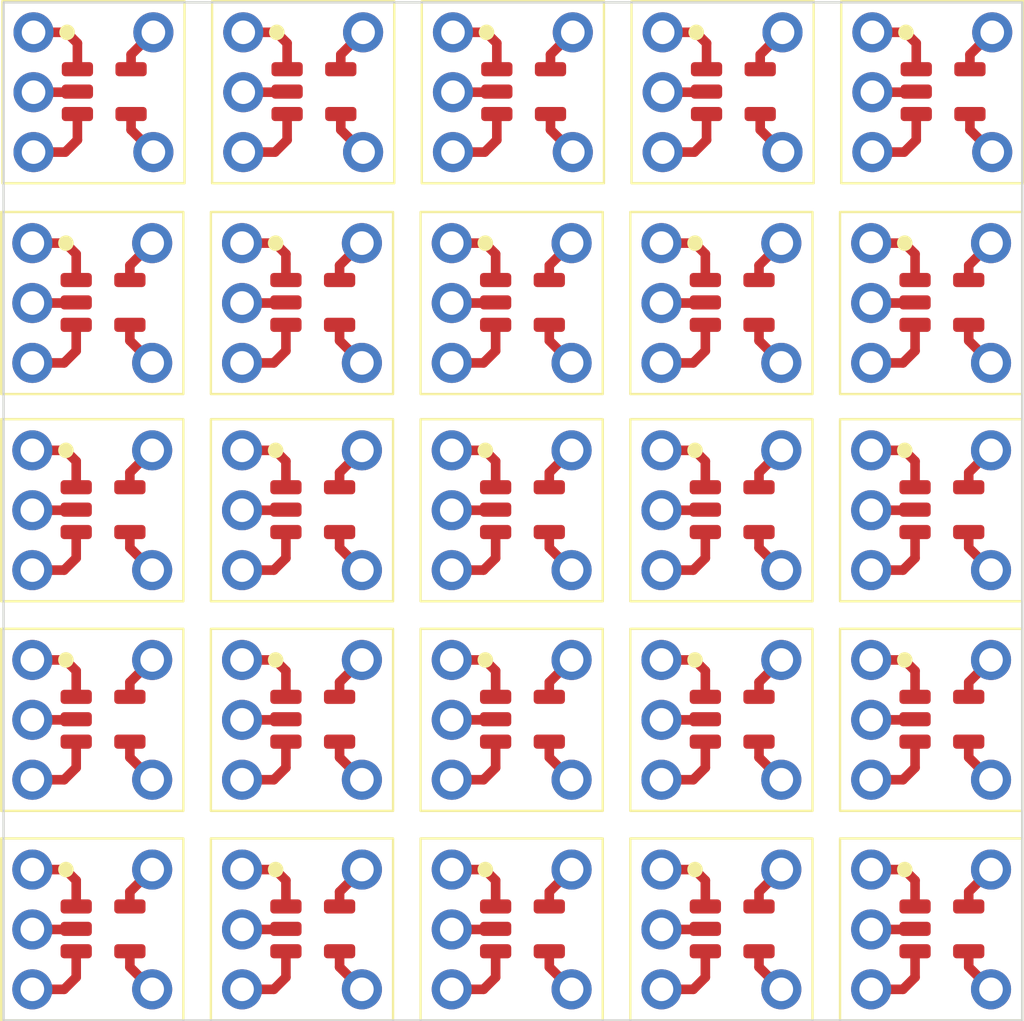
<source format=kicad_pcb>
(kicad_pcb (version 20221018) (generator pcbnew)
  (layers (0 "F.Cu" signal) (31 "B.Cu" signal) (34 "B.Paste" user) (35 "F.Paste" user) (36 "B.SilkS" user "B.Silkscreen") (37 "F.SilkS" user "F.Silkscreen") (38 "B.Mask" user) (39 "F.Mask" user) (44 "Edge.Cuts" user))
  (net 0 "")
  (net 1 "Net-(J1-Pin_1)")
  (net 2 "Net-(J2-Pin_1)")
  (net 3 "Net-(J3-Pin_1)")
  (net 4 "Net-(J4-Pin_1)")
  (net 5 "Net-(J5-Pin_1)")
  (footprint "smd_adapter:SOT-23-5" (layer "F.Cu") (at 156.6164 123.1138)
    (fp_text reference "U2" hide)
    (fp_text value "MCP73831-5-OT" hide)
  )
  (footprint "smd_adapter:pin_pad" (layer "F.Cu") (at 167.5892 129.4892)
    (fp_text reference "J2" hide)
    (fp_text value "Conn_01x01_Pin" hide)
  )
  (footprint "smd_adapter:SOT-23-5" (layer "F.Cu") (at 192.1764 123.1138)
    (fp_text reference "U2" hide)
    (fp_text value "MCP73831-5-OT" hide)
  )
  (footprint "smd_adapter:pin_pad" (layer "F.Cu") (at 153.6192 138.3792)
    (fp_text reference "J4" hide)
    (fp_text value "Conn_01x01_Pin" hide)
  )
  (footprint "smd_adapter:pin_pad" (layer "F.Cu") (at 171.3992 116.8908)
    (fp_text reference "J5" hide)
    (fp_text value "Conn_01x01_Pin" hide)
  )
  (footprint "smd_adapter:pin_pad" (layer "F.Cu") (at 153.67 107.95)
    (fp_text reference "J5" hide)
    (fp_text value "Conn_01x01_Pin" hide)
  )
  (footprint "smd_adapter:SOT-23-5" (layer "F.Cu") (at 183.2864 123.1138)
    (fp_text reference "U2" hide)
    (fp_text value "MCP73831-5-OT" hide)
  )
  (footprint "smd_adapter:pin_pad" (layer "F.Cu") (at 180.34 107.95)
    (fp_text reference "J5" hide)
    (fp_text value "Conn_01x01_Pin" hide)
  )
  (footprint "smd_adapter:SOT-23-5" (layer "F.Cu") (at 165.5064 132.0038)
    (fp_text reference "U2" hide)
    (fp_text value "MCP73831-5-OT" hide)
  )
  (footprint "smd_adapter:pin_pad" (layer "F.Cu") (at 176.4792 111.8108)
    (fp_text reference "J2" hide)
    (fp_text value "Conn_01x01_Pin" hide)
  )
  (footprint "smd_adapter:pin_pad" (layer "F.Cu") (at 158.6992 143.4592)
    (fp_text reference "J1" hide)
    (fp_text value "Conn_01x01_Pin" hide)
  )
  (footprint "smd_adapter:pin_pad" (layer "F.Cu") (at 189.1792 114.3508)
    (fp_text reference "J3" hide)
    (fp_text value "Conn_01x01_Pin" hide)
  )
  (footprint "smd_adapter:pin_pad" (layer "F.Cu") (at 194.2592 125.6792)
    (fp_text reference "J1" hide)
    (fp_text value "Conn_01x01_Pin" hide)
  )
  (footprint "smd_adapter:pin_pad" (layer "F.Cu") (at 189.1792 125.6792)
    (fp_text reference "J5" hide)
    (fp_text value "Conn_01x01_Pin" hide)
  )
  (footprint "smd_adapter:pin_pad" (layer "F.Cu") (at 180.2892 138.3792)
    (fp_text reference "J4" hide)
    (fp_text value "Conn_01x01_Pin" hide)
  )
  (footprint "smd_adapter:pin_pad" (layer "F.Cu") (at 180.34 105.41)
    (fp_text reference "J3" hide)
    (fp_text value "Conn_01x01_Pin" hide)
  )
  (footprint "smd_adapter:pin_pad" (layer "F.Cu") (at 194.31 107.95)
    (fp_text reference "J1" hide)
    (fp_text value "Conn_01x01_Pin" hide)
  )
  (footprint "smd_adapter:pin_pad" (layer "F.Cu") (at 176.4792 116.8908)
    (fp_text reference "J1" hide)
    (fp_text value "Conn_01x01_Pin" hide)
  )
  (footprint "smd_adapter:SOT-23-5" (layer "F.Cu") (at 174.4472 105.3846)
    (fp_text reference "U2" hide)
    (fp_text value "MCP73831-5-OT" hide)
  )
  (footprint "smd_adapter:pin_pad" (layer "F.Cu") (at 167.5892 116.8908)
    (fp_text reference "J1" hide)
    (fp_text value "Conn_01x01_Pin" hide)
  )
  (footprint "smd_adapter:pin_pad" (layer "F.Cu") (at 162.5092 114.3508)
    (fp_text reference "J3" hide)
    (fp_text value "Conn_01x01_Pin" hide)
  )
  (footprint "smd_adapter:pin_pad" (layer "F.Cu") (at 180.2892 123.1392)
    (fp_text reference "J3" hide)
    (fp_text value "Conn_01x01_Pin" hide)
  )
  (footprint "smd_adapter:pin_pad" (layer "F.Cu") (at 189.1792 111.8108)
    (fp_text reference "J4" hide)
    (fp_text value "Conn_01x01_Pin" hide)
  )
  (footprint "smd_adapter:SOT-23-5" (layer "F.Cu") (at 183.3372 105.3846)
    (fp_text reference "U2" hide)
    (fp_text value "MCP73831-5-OT" hide)
  )
  (footprint "smd_adapter:pin_pad" (layer "F.Cu") (at 171.45 107.95)
    (fp_text reference "J5" hide)
    (fp_text value "Conn_01x01_Pin" hide)
  )
  (footprint "smd_adapter:pin_pad" (layer "F.Cu") (at 158.6992 129.4892)
    (fp_text reference "J2" hide)
    (fp_text value "Conn_01x01_Pin" hide)
  )
  (footprint "smd_adapter:SOT-23-5" (layer "F.Cu") (at 192.1764 132.0038)
    (fp_text reference "U2" hide)
    (fp_text value "MCP73831-5-OT" hide)
  )
  (footprint "smd_adapter:pin_pad" (layer "F.Cu") (at 162.5092 111.8108)
    (fp_text reference "J4" hide)
    (fp_text value "Conn_01x01_Pin" hide)
  )
  (footprint "smd_adapter:pin_pad" (layer "F.Cu") (at 194.2592 143.4592)
    (fp_text reference "J1" hide)
    (fp_text value "Conn_01x01_Pin" hide)
  )
  (footprint "smd_adapter:pin_pad" (layer "F.Cu") (at 185.3692 143.4592)
    (fp_text reference "J1" hide)
    (fp_text value "Conn_01x01_Pin" hide)
  )
  (footprint "smd_adapter:pin_pad" (layer "F.Cu") (at 189.1792 120.5992)
    (fp_text reference "J4" hide)
    (fp_text value "Conn_01x01_Pin" hide)
  )
  (footprint "smd_adapter:pin_pad" (layer "F.Cu") (at 171.3992 138.3792)
    (fp_text reference "J4" hide)
    (fp_text value "Conn_01x01_Pin" hide)
  )
  (footprint "smd_adapter:pin_pad" (layer "F.Cu") (at 194.2592 129.4892)
    (fp_text reference "J2" hide)
    (fp_text value "Conn_01x01_Pin" hide)
  )
  (footprint "smd_adapter:pin_pad" (layer "F.Cu") (at 171.3992 123.1392)
    (fp_text reference "J3" hide)
    (fp_text value "Conn_01x01_Pin" hide)
  )
  (footprint "smd_adapter:pin_pad" (layer "F.Cu") (at 158.6992 116.8908)
    (fp_text reference "J1" hide)
    (fp_text value "Conn_01x01_Pin" hide)
  )
  (footprint "smd_adapter:pin_pad" (layer "F.Cu") (at 153.6192 140.9192)
    (fp_text reference "J3" hide)
    (fp_text value "Conn_01x01_Pin" hide)
  )
  (footprint "smd_adapter:pin_pad" (layer "F.Cu") (at 176.53 107.95)
    (fp_text reference "J1" hide)
    (fp_text value "Conn_01x01_Pin" hide)
  )
  (footprint "smd_adapter:pin_pad" (layer "F.Cu") (at 189.1792 129.4892)
    (fp_text reference "J4" hide)
    (fp_text value "Conn_01x01_Pin" hide)
  )
  (footprint "smd_adapter:pin_pad" (layer "F.Cu") (at 158.75 107.95)
    (fp_text reference "J1" hide)
    (fp_text value "Conn_01x01_Pin" hide)
  )
  (footprint "smd_adapter:pin_pad" (layer "F.Cu") (at 162.5092 125.6792)
    (fp_text reference "J5" hide)
    (fp_text value "Conn_01x01_Pin" hide)
  )
  (footprint "smd_adapter:pin_pad" (layer "F.Cu") (at 189.1792 132.0292)
    (fp_text reference "J3" hide)
    (fp_text value "Conn_01x01_Pin" hide)
  )
  (footprint "smd_adapter:SOT-23-5" (layer "F.Cu") (at 174.3964 140.8938)
    (fp_text reference "U2" hide)
    (fp_text value "MCP73831-5-OT" hide)
  )
  (footprint "smd_adapter:pin_pad" (layer "F.Cu") (at 162.5092 138.3792)
    (fp_text reference "J4" hide)
    (fp_text value "Conn_01x01_Pin" hide)
  )
  (footprint "smd_adapter:pin_pad" (layer "F.Cu") (at 194.2592 134.5692)
    (fp_text reference "J1" hide)
    (fp_text value "Conn_01x01_Pin" hide)
  )
  (footprint "smd_adapter:pin_pad" (layer "F.Cu") (at 180.2892 125.6792)
    (fp_text reference "J5" hide)
    (fp_text value "Conn_01x01_Pin" hide)
  )
  (footprint "smd_adapter:pin_pad" (layer "F.Cu") (at 171.3992 140.9192)
    (fp_text reference "J3" hide)
    (fp_text value "Conn_01x01_Pin" hide)
  )
  (footprint "smd_adapter:pin_pad" (layer "F.Cu") (at 180.2892 132.0292)
    (fp_text reference "J3" hide)
    (fp_text value "Conn_01x01_Pin" hide)
  )
  (footprint "smd_adapter:SOT-23-5" (layer "F.Cu") (at 156.6164 132.0038)
    (fp_text reference "U2" hide)
    (fp_text value "MCP73831-5-OT" hide)
  )
  (footprint "smd_adapter:pin_pad" (layer "F.Cu") (at 180.34 102.87)
    (fp_text reference "J4" hide)
    (fp_text value "Conn_01x01_Pin" hide)
  )
  (footprint "smd_adapter:pin_pad" (layer "F.Cu") (at 185.3692 134.5692)
    (fp_text reference "J1" hide)
    (fp_text value "Conn_01x01_Pin" hide)
  )
  (footprint "smd_adapter:pin_pad" (layer "F.Cu") (at 185.3692 125.6792)
    (fp_text reference "J1" hide)
    (fp_text value "Conn_01x01_Pin" hide)
  )
  (footprint "smd_adapter:pin_pad" (layer "F.Cu") (at 185.42 107.95)
    (fp_text reference "J1" hide)
    (fp_text value "Conn_01x01_Pin" hide)
  )
  (footprint "smd_adapter:pin_pad" (layer "F.Cu") (at 167.5892 125.6792)
    (fp_text reference "J1" hide)
    (fp_text value "Conn_01x01_Pin" hide)
  )
  (footprint "smd_adapter:pin_pad" (layer "F.Cu") (at 153.67 102.87)
    (fp_text reference "J4" hide)
    (fp_text value "Conn_01x01_Pin" hide)
  )
  (footprint "smd_adapter:pin_pad" (layer "F.Cu") (at 153.6192 123.1392)
    (fp_text reference "J3" hide)
    (fp_text value "Conn_01x01_Pin" hide)
  )
  (footprint "smd_adapter:pin_pad" (layer "F.Cu") (at 185.3692 138.3792)
    (fp_text reference "J2" hide)
    (fp_text value "Conn_01x01_Pin" hide)
  )
  (footprint "smd_adapter:pin_pad" (layer "F.Cu") (at 171.3992 111.8108)
    (fp_text reference "J4" hide)
    (fp_text value "Conn_01x01_Pin" hide)
  )
  (footprint "smd_adapter:pin_pad" (layer "F.Cu") (at 153.6192 116.8908)
    (fp_text reference "J5" hide)
    (fp_text value "Conn_01x01_Pin" hide)
  )
  (footprint "smd_adapter:SOT-23-5" (layer "F.Cu") (at 156.6164 114.3254)
    (fp_text reference "U2" hide)
    (fp_text value "MCP73831-5-OT" hide)
  )
  (footprint "smd_adapter:pin_pad" (layer "F.Cu") (at 194.2592 138.3792)
    (fp_text reference "J2" hide)
    (fp_text value "Conn_01x01_Pin" hide)
  )
  (footprint "smd_adapter:pin_pad" (layer "F.Cu") (at 180.2892 140.9192)
    (fp_text reference "J3" hide)
    (fp_text value "Conn_01x01_Pin" hide)
  )
  (footprint "smd_adapter:pin_pad" (layer "F.Cu") (at 176.4792 143.4592)
    (fp_text reference "J1" hide)
    (fp_text value "Conn_01x01_Pin" hide)
  )
  (footprint "smd_adapter:pin_pad" (layer "F.Cu") (at 162.56 105.41)
    (fp_text reference "J3" hide)
    (fp_text value "Conn_01x01_Pin" hide)
  )
  (footprint "smd_adapter:pin_pad" (layer "F.Cu") (at 162.5092 134.5692)
    (fp_text reference "J5" hide)
    (fp_text value "Conn_01x01_Pin" hide)
  )
  (footprint "smd_adapter:pin_pad" (layer "F.Cu") (at 176.4792 129.4892)
    (fp_text reference "J2" hide)
    (fp_text value "Conn_01x01_Pin" hide)
  )
  (footprint "smd_adapter:pin_pad" (layer "F.Cu") (at 185.3692 111.8108)
    (fp_text reference "J2" hide)
    (fp_text value "Conn_01x01_Pin" hide)
  )
  (footprint "smd_adapter:pin_pad" (layer "F.Cu") (at 176.4792 125.6792)
    (fp_text reference "J1" hide)
    (fp_text value "Conn_01x01_Pin" hide)
  )
  (footprint "smd_adapter:pin_pad" (layer "F.Cu") (at 180.2892 114.3508)
    (fp_text reference "J3" hide)
    (fp_text value "Conn_01x01_Pin" hide)
  )
  (footprint "smd_adapter:pin_pad" (layer "F.Cu") (at 167.5892 143.4592)
    (fp_text reference "J1" hide)
    (fp_text value "Conn_01x01_Pin" hide)
  )
  (footprint "smd_adapter:pin_pad" (layer "F.Cu") (at 171.3992 120.5992)
    (fp_text reference "J4" hide)
    (fp_text value "Conn_01x01_Pin" hide)
  )
  (footprint "smd_adapter:SOT-23-5" (layer "F.Cu") (at 183.2864 132.0038)
    (fp_text reference "U2" hide)
    (fp_text value "MCP73831-5-OT" hide)
  )
  (footprint "smd_adapter:pin_pad" (layer "F.Cu") (at 153.6192 125.6792)
    (fp_text reference "J5" hide)
    (fp_text value "Conn_01x01_Pin" hide)
  )
  (footprint "smd_adapter:pin_pad" (layer "F.Cu") (at 171.3992 129.4892)
    (fp_text reference "J4" hide)
    (fp_text value "Conn_01x01_Pin" hide)
  )
  (footprint "smd_adapter:pin_pad" (layer "F.Cu") (at 171.3992 114.3508)
    (fp_text reference "J3" hide)
    (fp_text value "Conn_01x01_Pin" hide)
  )
  (footprint "smd_adapter:pin_pad" (layer "F.Cu") (at 176.4792 134.5692)
    (fp_text reference "J1" hide)
    (fp_text value "Conn_01x01_Pin" hide)
  )
  (footprint "smd_adapter:pin_pad" (layer "F.Cu") (at 171.3992 132.0292)
    (fp_text reference "J3" hide)
    (fp_text value "Conn_01x01_Pin" hide)
  )
  (footprint "smd_adapter:pin_pad" (layer "F.Cu") (at 162.56 102.87)
    (fp_text reference "J4" hide)
    (fp_text value "Conn_01x01_Pin" hide)
  )
  (footprint "smd_adapter:pin_pad" (layer "F.Cu") (at 162.56 107.95)
    (fp_text reference "J5" hide)
    (fp_text value "Conn_01x01_Pin" hide)
  )
  (footprint "smd_adapter:SOT-23-5" (layer "F.Cu") (at 165.5572 105.3846)
    (fp_text reference "U2" hide)
    (fp_text value "MCP73831-5-OT" hide)
  )
  (footprint "smd_adapter:pin_pad" (layer "F.Cu") (at 167.5892 138.3792)
    (fp_text reference "J2" hide)
    (fp_text value "Conn_01x01_Pin" hide)
  )
  (footprint "smd_adapter:pin_pad" (layer "F.Cu") (at 162.5092 129.4892)
    (fp_text reference "J4" hide)
    (fp_text value "Conn_01x01_Pin" hide)
  )
  (footprint "smd_adapter:pin_pad" (layer "F.Cu") (at 189.1792 143.4592)
    (fp_text reference "J5" hide)
    (fp_text value "Conn_01x01_Pin" hide)
  )
  (footprint "smd_adapter:pin_pad" (layer "F.Cu") (at 180.2892 143.4592)
    (fp_text reference "J5" hide)
    (fp_text value "Conn_01x01_Pin" hide)
  )
  (footprint "smd_adapter:pin_pad" (layer "F.Cu") (at 167.64 107.95)
    (fp_text reference "J1" hide)
    (fp_text value "Conn_01x01_Pin" hide)
  )
  (footprint "smd_adapter:pin_pad" (layer "F.Cu") (at 158.6992 120.5992)
    (fp_text reference "J2" hide)
    (fp_text value "Conn_01x01_Pin" hide)
  )
  (footprint "smd_adapter:pin_pad" (layer "F.Cu") (at 189.1792 123.1392)
    (fp_text reference "J3" hide)
    (fp_text value "Conn_01x01_Pin" hide)
  )
  (footprint "smd_adapter:SOT-23-5" (layer "F.Cu") (at 183.2864 140.8938)
    (fp_text reference "U2" hide)
    (fp_text value "MCP73831-5-OT" hide)
  )
  (footprint "smd_adapter:SOT-23-5" (layer "F.Cu") (at 156.6164 140.8938)
    (fp_text reference "U2" hide)
    (fp_text value "MCP73831-5-OT" hide)
  )
  (footprint "smd_adapter:SOT-23-5" (layer "F.Cu") (at 183.2864 114.3254)
    (fp_text reference "U2" hide)
    (fp_text value "MCP73831-5-OT" hide)
  )
  (footprint "smd_adapter:pin_pad" (layer "F.Cu") (at 162.5092 132.0292)
    (fp_text reference "J3" hide)
    (fp_text value "Conn_01x01_Pin" hide)
  )
  (footprint "smd_adapter:pin_pad" (layer "F.Cu") (at 162.5092 123.1392)
    (fp_text reference "J3" hide)
    (fp_text value "Conn_01x01_Pin" hide)
  )
  (footprint "smd_adapter:pin_pad" (layer "F.Cu") (at 153.6192 143.4592)
    (fp_text reference "J5" hide)
    (fp_text value "Conn_01x01_Pin" hide)
  )
  (footprint "smd_adapter:pin_pad" (layer "F.Cu") (at 158.6992 111.8108)
    (fp_text reference "J2" hide)
    (fp_text value "Conn_01x01_Pin" hide)
  )
  (footprint "smd_adapter:pin_pad" (layer "F.Cu") (at 189.1792 138.3792)
    (fp_text reference "J4" hide)
    (fp_text value "Conn_01x01_Pin" hide)
  )
  (footprint "smd_adapter:pin_pad" (layer "F.Cu") (at 167.5892 120.5992)
    (fp_text reference "J2" hide)
    (fp_text value "Conn_01x01_Pin" hide)
  )
  (footprint "smd_adapter:pin_pad" (layer "F.Cu") (at 185.3692 116.8908)
    (fp_text reference "J1" hide)
    (fp_text value "Conn_01x01_Pin" hide)
  )
  (footprint "smd_adapter:pin_pad" (layer "F.Cu") (at 189.1792 134.5692)
    (fp_text reference "J5" hide)
    (fp_text value "Conn_01x01_Pin" hide)
  )
  (footprint "smd_adapter:pin_pad" (layer "F.Cu") (at 171.45 105.41)
    (fp_text reference "J3" hide)
    (fp_text value "Conn_01x01_Pin" hide)
  )
  (footprint "smd_adapter:pin_pad" (layer "F.Cu") (at 185.42 102.87)
    (fp_text reference "J2" hide)
    (fp_text value "Conn_01x01_Pin" hide)
  )
  (footprint "smd_adapter:SOT-23-5" (layer "F.Cu") (at 192.1764 114.3254)
    (fp_text reference "U2" hide)
    (fp_text value "MCP73831-5-OT" hide)
  )
  (footprint "smd_adapter:pin_pad" (layer "F.Cu") (at 158.6992 134.5692)
    (fp_text reference "J1" hide)
    (fp_text value "Conn_01x01_Pin" hide)
  )
  (footprint "smd_adapter:SOT-23-5" (layer "F.Cu") (at 174.3964 123.1138)
    (fp_text reference "U2" hide)
    (fp_text value "MCP73831-5-OT" hide)
  )
  (footprint "smd_adapter:pin_pad" (layer "F.Cu") (at 171.3992 125.6792)
    (fp_text reference "J5" hide)
    (fp_text value "Conn_01x01_Pin" hide)
  )
  (footprint "smd_adapter:SOT-23-5" (layer "F.Cu") (at 192.1764 140.8938)
    (fp_text reference "U2" hide)
    (fp_text value "MCP73831-5-OT" hide)
  )
  (footprint "smd_adapter:pin_pad" (layer "F.Cu") (at 158.6992 125.6792)
    (fp_text reference "J1" hide)
    (fp_text value "Conn_01x01_Pin" hide)
  )
  (footprint "smd_adapter:pin_pad" (layer "F.Cu") (at 180.2892 134.5692)
    (fp_text reference "J5" hide)
    (fp_text value "Conn_01x01_Pin" hide)
  )
  (footprint "smd_adapter:pin_pad" (layer "F.Cu") (at 194.31 102.87)
    (fp_text reference "J2" hide)
    (fp_text value "Conn_01x01_Pin" hide)
  )
  (footprint "smd_adapter:pin_pad" (layer "F.Cu") (at 176.4792 138.3792)
    (fp_text reference "J2" hide)
    (fp_text value "Conn_01x01_Pin" hide)
  )
  (footprint "smd_adapter:pin_pad" (layer "F.Cu") (at 153.6192 111.8108)
    (fp_text reference "J4" hide)
    (fp_text value "Conn_01x01_Pin" hide)
  )
  (footprint "smd_adapter:pin_pad" (layer "F.Cu") (at 176.53 102.87)
    (fp_text reference "J2" hide)
    (fp_text value "Conn_01x01_Pin" hide)
  )
  (footprint "smd_adapter:pin_pad" (layer "F.Cu") (at 189.1792 140.9192)
    (fp_text reference "J3" hide)
    (fp_text value "Conn_01x01_Pin" hide)
  )
  (footprint "smd_adapter:pin_pad" (layer "F.Cu") (at 185.3692 120.5992)
    (fp_text reference "J2" hide)
    (fp_text value "Conn_01x01_Pin" hide)
  )
  (footprint "smd_adapter:pin_pad" (layer "F.Cu") (at 158.6992 138.3792)
    (fp_text reference "J2" hide)
    (fp_text value "Conn_01x01_Pin" hide)
  )
  (footprint "smd_adapter:pin_pad" (layer "F.Cu") (at 153.6192 114.3508)
    (fp_text reference "J3" hide)
    (fp_text value "Conn_01x01_Pin" hide)
  )
  (footprint "smd_adapter:pin_pad" (layer "F.Cu") (at 158.75 102.87)
    (fp_text reference "J2" hide)
    (fp_text value "Conn_01x01_Pin" hide)
  )
  (footprint "smd_adapter:pin_pad" (layer "F.Cu") (at 180.2892 120.5992)
    (fp_text reference "J4" hide)
    (fp_text value "Conn_01x01_Pin" hide)
  )
  (footprint "smd_adapter:SOT-23-5" (layer "F.Cu") (at 174.3964 132.0038)
    (fp_text reference "U2" hide)
    (fp_text value "MCP73831-5-OT" hide)
  )
  (footprint "smd_adapter:SOT-23-5" (layer "F.Cu") (at 165.5064 123.1138)
    (fp_text reference "U2" hide)
    (fp_text value "MCP73831-5-OT" hide)
  )
  (footprint "smd_adapter:pin_pad" (layer "F.Cu") (at 194.2592 116.8908)
    (fp_text reference "J1" hide)
    (fp_text value "Conn_01x01_Pin" hide)
  )
  (footprint "smd_adapter:pin_pad" (layer "F.Cu") (at 153.67 105.41)
    (fp_text reference "J3" hide)
    (fp_text value "Conn_01x01_Pin" hide)
  )
  (footprint "smd_adapter:pin_pad" (layer "F.Cu") (at 189.1792 116.8908)
    (fp_text reference "J5" hide)
    (fp_text value "Conn_01x01_Pin" hide)
  )
  (footprint "smd_adapter:pin_pad" (layer "F.Cu") (at 171.45 102.87)
    (fp_text reference "J4" hide)
    (fp_text value "Conn_01x01_Pin" hide)
  )
  (footprint "smd_adapter:pin_pad" (layer "F.Cu") (at 171.3992 134.5692)
    (fp_text reference "J5" hide)
    (fp_text value "Conn_01x01_Pin" hide)
  )
  (footprint "smd_adapter:pin_pad" (layer "F.Cu") (at 189.23 102.87)
    (fp_text reference "J4" hide)
    (fp_text value "Conn_01x01_Pin" hide)
  )
  (footprint "smd_adapter:pin_pad" (layer "F.Cu") (at 167.5892 111.8108)
    (fp_text reference "J2" hide)
    (fp_text value "Conn_01x01_Pin" hide)
  )
  (footprint "smd_adapter:SOT-23-5" (layer "F.Cu") (at 165.5064 140.8938)
    (fp_text reference "U2" hide)
    (fp_text value "MCP73831-5-OT" hide)
  )
  (footprint "smd_adapter:pin_pad" (layer "F.Cu") (at 153.6192 134.5692)
    (fp_text reference "J5" hide)
    (fp_text value "Conn_01x01_Pin" hide)
  )
  (footprint "smd_adapter:pin_pad" (layer "F.Cu") (at 194.2592 120.5992)
    (fp_text reference "J2" hide)
    (fp_text value "Conn_01x01_Pin" hide)
  )
  (footprint "smd_adapter:pin_pad" (layer "F.Cu") (at 153.6192 120.5992)
    (fp_text reference "J4" hide)
    (fp_text value "Conn_01x01_Pin" hide)
  )
  (footprint "smd_adapter:pin_pad" (layer "F.Cu") (at 162.5092 143.4592)
    (fp_text reference "J5" hide)
    (fp_text value "Conn_01x01_Pin" hide)
  )
  (footprint "smd_adapter:SOT-23-5" (layer "F.Cu") (at 156.6672 105.3846)
    (fp_text reference "U2" hide)
    (fp_text value "MCP73831-5-OT" hide)
  )
  (footprint "smd_adapter:SOT-23-5" (layer "F.Cu") (at 174.3964 114.3254)
    (fp_text reference "U2" hide)
    (fp_text value "MCP73831-5-OT" hide)
  )
  (footprint "smd_adapter:pin_pad" (layer "F.Cu") (at 180.2892 116.8908)
    (fp_text reference "J5" hide)
    (fp_text value "Conn_01x01_Pin" hide)
  )
  (footprint "smd_adapter:pin_pad" (layer "F.Cu") (at 189.23 105.41)
    (fp_text reference "J3" hide)
    (fp_text value "Conn_01x01_Pin" hide)
  )
  (footprint "smd_adapter:pin_pad" (layer "F.Cu") (at 189.23 107.95)
    (fp_text reference "J5" hide)
    (fp_text value "Conn_01x01_Pin" hide)
  )
  (footprint "smd_adapter:pin_pad" (layer "F.Cu") (at 171.3992 143.4592)
    (fp_text reference "J5" hide)
    (fp_text value "Conn_01x01_Pin" hide)
  )
  (footprint "smd_adapter:pin_pad" (layer "F.Cu") (at 167.5892 134.5692)
    (fp_text reference "J1" hide)
    (fp_text value "Conn_01x01_Pin" hide)
  )
  (footprint "smd_adapter:pin_pad" (layer "F.Cu") (at 176.4792 120.5992)
    (fp_text reference "J2" hide)
    (fp_text value "Conn_01x01_Pin" hide)
  )
  (footprint "smd_adapter:pin_pad" (layer "F.Cu") (at 162.5092 140.9192)
    (fp_text reference "J3" hide)
    (fp_text value "Conn_01x01_Pin" hide)
  )
  (footprint "smd_adapter:pin_pad" (layer "F.Cu") (at 153.6192 132.0292)
    (fp_text reference "J3" hide)
    (fp_text value "Conn_01x01_Pin" hide)
  )
  (footprint "smd_adapter:pin_pad" (layer "F.Cu") (at 162.5092 116.8908)
    (fp_text reference "J5" hide)
    (fp_text value "Conn_01x01_Pin" hide)
  )
  (footprint "smd_adapter:pin_pad" (layer "F.Cu") (at 185.3692 129.4892)
    (fp_text reference "J2" hide)
    (fp_text value "Conn_01x01_Pin" hide)
  )
  (footprint "smd_adapter:pin_pad" (layer "F.Cu") (at 180.2892 129.4892)
    (fp_text reference "J4" hide)
    (fp_text value "Conn_01x01_Pin" hide)
  )
  (footprint "smd_adapter:SOT-23-5" (layer "F.Cu") (at 192.2272 105.3846)
    (fp_text reference "U2" hide)
    (fp_text value "MCP73831-5-OT" hide)
  )
  (footprint "smd_adapter:pin_pad" (layer "F.Cu") (at 162.5092 120.5992)
    (fp_text reference "J4" hide)
    (fp_text value "Conn_01x01_Pin" hide)
  )
  (footprint "smd_adapter:pin_pad" (layer "F.Cu") (at 180.2892 111.8108)
    (fp_text reference "J4" hide)
    (fp_text value "Conn_01x01_Pin" hide)
  )
  (footprint "smd_adapter:pin_pad" (layer "F.Cu") (at 167.64 102.87)
    (fp_text reference "J2" hide)
    (fp_text value "Conn_01x01_Pin" hide)
  )
  (footprint "smd_adapter:pin_pad" (layer "F.Cu") (at 153.6192 129.4892)
    (fp_text reference "J4" hide)
    (fp_text value "Conn_01x01_Pin" hide)
  )
  (footprint "smd_adapter:SOT-23-5" (layer "F.Cu") (at 165.5064 114.3254)
    (fp_text reference "U2" hide)
    (fp_text value "MCP73831-5-OT" hide)
  )
  (footprint "smd_adapter:pin_pad" (layer "F.Cu") (at 194.2592 111.8108)
    (fp_text reference "J2" hide)
    (fp_text value "Conn_01x01_Pin" hide)
  )
  (gr_rect (start 152.2984 110.49) (end 160.02 118.2116) (stroke (width 0.1)) (fill none) (layer "F.SilkS"))
  (gr_circle (center 172.8216 129.4892) (end 173.0756 129.4892) (stroke (width 0.15)) (fill solid) (layer "F.SilkS"))
  (gr_circle (center 163.9316 120.5992) (end 164.1856 120.5992) (stroke (width 0.15)) (fill solid) (layer "F.SilkS"))
  (gr_rect (start 178.9684 119.2784) (end 186.69 127) (stroke (width 0.1)) (fill none) (layer "F.SilkS"))
  (gr_rect (start 170.0784 110.49) (end 177.8 118.2116) (stroke (width 0.1)) (fill none) (layer "F.SilkS"))
  (gr_rect (start 187.8584 119.2784) (end 195.58 127) (stroke (width 0.1)) (fill none) (layer "F.SilkS"))
  (gr_rect (start 178.9684 137.0584) (end 186.69 144.78) (stroke (width 0.1)) (fill none) (layer "F.SilkS"))
  (gr_rect (start 187.8584 110.49) (end 195.58 118.2116) (stroke (width 0.1)) (fill none) (layer "F.SilkS"))
  (gr_rect (start 178.9684 110.49) (end 186.69 118.2116) (stroke (width 0.1)) (fill none) (layer "F.SilkS"))
  (gr_circle (center 181.7624 102.87) (end 182.0164 102.87) (stroke (width 0.15)) (fill solid) (layer "F.SilkS"))
  (gr_rect (start 170.0784 119.2784) (end 177.8 127) (stroke (width 0.1)) (fill none) (layer "F.SilkS"))
  (gr_rect (start 170.0784 128.1684) (end 177.8 135.89) (stroke (width 0.1)) (fill none) (layer "F.SilkS"))
  (gr_circle (center 181.7116 111.8108) (end 181.9656 111.8108) (stroke (width 0.15)) (fill solid) (layer "F.SilkS"))
  (gr_rect (start 187.8584 137.0584) (end 195.58 144.78) (stroke (width 0.1)) (fill none) (layer "F.SilkS"))
  (gr_rect (start 187.9092 101.5492) (end 195.6308 109.2708) (stroke (width 0.1)) (fill none) (layer "F.SilkS"))
  (gr_circle (center 172.8216 138.3792) (end 173.0756 138.3792) (stroke (width 0.15)) (fill solid) (layer "F.SilkS"))
  (gr_circle (center 155.0416 120.5992) (end 155.2956 120.5992) (stroke (width 0.15)) (fill solid) (layer "F.SilkS"))
  (gr_rect (start 170.0784 137.0584) (end 177.8 144.78) (stroke (width 0.1)) (fill none) (layer "F.SilkS"))
  (gr_circle (center 163.9316 129.4892) (end 164.1856 129.4892) (stroke (width 0.15)) (fill solid) (layer "F.SilkS"))
  (gr_rect (start 161.1884 128.1684) (end 168.91 135.89) (stroke (width 0.1)) (fill none) (layer "F.SilkS"))
  (gr_rect (start 179.0192 101.5492) (end 186.7408 109.2708) (stroke (width 0.1)) (fill none) (layer "F.SilkS"))
  (gr_rect (start 161.1884 137.0584) (end 168.91 144.78) (stroke (width 0.1)) (fill none) (layer "F.SilkS"))
  (gr_circle (center 190.6016 111.8108) (end 190.8556 111.8108) (stroke (width 0.15)) (fill solid) (layer "F.SilkS"))
  (gr_circle (center 163.9824 102.87) (end 164.2364 102.87) (stroke (width 0.15)) (fill solid) (layer "F.SilkS"))
  (gr_circle (center 172.8216 120.5992) (end 173.0756 120.5992) (stroke (width 0.15)) (fill solid) (layer "F.SilkS"))
  (gr_circle (center 155.0416 111.8108) (end 155.2956 111.8108) (stroke (width 0.15)) (fill solid) (layer "F.SilkS"))
  (gr_circle (center 190.6524 102.87) (end 190.9064 102.87) (stroke (width 0.15)) (fill solid) (layer "F.SilkS"))
  (gr_circle (center 190.6016 138.3792) (end 190.8556 138.3792) (stroke (width 0.15)) (fill solid) (layer "F.SilkS"))
  (gr_rect (start 178.9684 128.1684) (end 186.69 135.89) (stroke (width 0.1)) (fill none) (layer "F.SilkS"))
  (gr_rect (start 152.3492 101.5492) (end 160.0708 109.2708) (stroke (width 0.1)) (fill none) (layer "F.SilkS"))
  (gr_rect (start 187.8584 128.1684) (end 195.58 135.89) (stroke (width 0.1)) (fill none) (layer "F.SilkS"))
  (gr_rect (start 152.2984 128.1684) (end 160.02 135.89) (stroke (width 0.1)) (fill none) (layer "F.SilkS"))
  (gr_circle (center 163.9316 111.8108) (end 164.1856 111.8108) (stroke (width 0.15)) (fill solid) (layer "F.SilkS"))
  (gr_circle (center 190.6016 129.4892) (end 190.8556 129.4892) (stroke (width 0.15)) (fill solid) (layer "F.SilkS"))
  (gr_circle (center 172.8724 102.87) (end 173.1264 102.87) (stroke (width 0.15)) (fill solid) (layer "F.SilkS"))
  (gr_circle (center 172.8216 111.8108) (end 173.0756 111.8108) (stroke (width 0.15)) (fill solid) (layer "F.SilkS"))
  (gr_rect (start 161.2392 101.5492) (end 168.9608 109.2708) (stroke (width 0.1)) (fill none) (layer "F.SilkS"))
  (gr_circle (center 163.9316 138.3792) (end 164.1856 138.3792) (stroke (width 0.15)) (fill solid) (layer "F.SilkS"))
  (gr_rect (start 152.2984 137.0584) (end 160.02 144.78) (stroke (width 0.1)) (fill none) (layer "F.SilkS"))
  (gr_circle (center 155.0416 138.3792) (end 155.2956 138.3792) (stroke (width 0.15)) (fill solid) (layer "F.SilkS"))
  (gr_circle (center 181.7116 129.4892) (end 181.9656 129.4892) (stroke (width 0.15)) (fill solid) (layer "F.SilkS"))
  (gr_circle (center 181.7116 120.5992) (end 181.9656 120.5992) (stroke (width 0.15)) (fill solid) (layer "F.SilkS"))
  (gr_circle (center 155.0924 102.87) (end 155.3464 102.87) (stroke (width 0.15)) (fill solid) (layer "F.SilkS"))
  (gr_circle (center 181.7116 138.3792) (end 181.9656 138.3792) (stroke (width 0.15)) (fill solid) (layer "F.SilkS"))
  (gr_rect (start 170.1292 101.5492) (end 177.8508 109.2708) (stroke (width 0.1)) (fill none) (layer "F.SilkS"))
  (gr_rect (start 161.1884 119.2784) (end 168.91 127) (stroke (width 0.1)) (fill none) (layer "F.SilkS"))
  (gr_rect (start 152.2984 119.2784) (end 160.02 127) (stroke (width 0.1)) (fill none) (layer "F.SilkS"))
  (gr_circle (center 190.6016 120.5992) (end 190.8556 120.5992) (stroke (width 0.15)) (fill solid) (layer "F.SilkS"))
  (gr_circle (center 155.0416 129.4892) (end 155.2956 129.4892) (stroke (width 0.15)) (fill solid) (layer "F.SilkS"))
  (gr_rect (start 161.1884 110.49) (end 168.91 118.2116) (stroke (width 0.1)) (fill none) (layer "F.SilkS"))
  (gr_rect (start 152.4 101.6) (end 195.58 144.78) (stroke (width 0.1)) (fill none) (layer "Edge.Cuts"))
  (segment (start 166.6439 141.8438) (end 166.6439 142.5139) (width 0.4064) (layer "F.Cu") (net 1))
  (segment (start 184.4239 142.5139) (end 185.3692 143.4592) (width 0.4064) (layer "F.Cu") (net 1))
  (segment (start 193.3139 142.5139) (end 194.2592 143.4592) (width 0.4064) (layer "F.Cu") (net 1))
  (segment (start 184.4239 124.0638) (end 184.4239 124.7339) (width 0.4064) (layer "F.Cu") (net 1))
  (segment (start 175.5339 124.7339) (end 176.4792 125.6792) (width 0.4064) (layer "F.Cu") (net 1))
  (segment (start 184.4239 115.2754) (end 184.4239 115.9455) (width 0.4064) (layer "F.Cu") (net 1))
  (segment (start 175.5339 141.8438) (end 175.5339 142.5139) (width 0.4064) (layer "F.Cu") (net 1))
  (segment (start 157.7539 124.7339) (end 158.6992 125.6792) (width 0.4064) (layer "F.Cu") (net 1))
  (segment (start 157.7539 133.6239) (end 158.6992 134.5692) (width 0.4064) (layer "F.Cu") (net 1))
  (segment (start 175.5339 133.6239) (end 176.4792 134.5692) (width 0.4064) (layer "F.Cu") (net 1))
  (segment (start 175.5339 124.0638) (end 175.5339 124.7339) (width 0.4064) (layer "F.Cu") (net 1))
  (segment (start 175.5847 107.0047) (end 176.53 107.95) (width 0.4064) (layer "F.Cu") (net 1))
  (segment (start 184.4239 132.9538) (end 184.4239 133.6239) (width 0.4064) (layer "F.Cu") (net 1))
  (segment (start 166.6439 142.5139) (end 167.5892 143.4592) (width 0.4064) (layer "F.Cu") (net 1))
  (segment (start 184.4239 133.6239) (end 185.3692 134.5692) (width 0.4064) (layer "F.Cu") (net 1))
  (segment (start 193.3139 133.6239) (end 194.2592 134.5692) (width 0.4064) (layer "F.Cu") (net 1))
  (segment (start 193.3139 124.7339) (end 194.2592 125.6792) (width 0.4064) (layer "F.Cu") (net 1))
  (segment (start 193.3647 106.3346) (end 193.3647 107.0047) (width 0.4064) (layer "F.Cu") (net 1))
  (segment (start 175.5847 106.3346) (end 175.5847 107.0047) (width 0.4064) (layer "F.Cu") (net 1))
  (segment (start 166.6439 115.9455) (end 167.5892 116.8908) (width 0.4064) (layer "F.Cu") (net 1))
  (segment (start 166.6439 124.0638) (end 166.6439 124.7339) (width 0.4064) (layer "F.Cu") (net 1))
  (segment (start 157.8047 106.3346) (end 157.8047 107.0047) (width 0.4064) (layer "F.Cu") (net 1))
  (segment (start 184.4747 107.0047) (end 185.42 107.95) (width 0.4064) (layer "F.Cu") (net 1))
  (segment (start 157.7539 124.0638) (end 157.7539 124.7339) (width 0.4064) (layer "F.Cu") (net 1))
  (segment (start 193.3647 107.0047) (end 194.31 107.95) (width 0.4064) (layer "F.Cu") (net 1))
  (segment (start 184.4239 115.9455) (end 185.3692 116.8908) (width 0.4064) (layer "F.Cu") (net 1))
  (segment (start 193.3139 115.2754) (end 193.3139 115.9455) (width 0.4064) (layer "F.Cu") (net 1))
  (segment (start 166.6947 106.3346) (end 166.6947 107.0047) (width 0.4064) (layer "F.Cu") (net 1))
  (segment (start 193.3139 132.9538) (end 193.3139 133.6239) (width 0.4064) (layer "F.Cu") (net 1))
  (segment (start 184.4239 124.7339) (end 185.3692 125.6792) (width 0.4064) (layer "F.Cu") (net 1))
  (segment (start 184.4239 141.8438) (end 184.4239 142.5139) (width 0.4064) (layer "F.Cu") (net 1))
  (segment (start 157.7539 115.2754) (end 157.7539 115.9455) (width 0.4064) (layer "F.Cu") (net 1))
  (segment (start 193.3139 124.0638) (end 193.3139 124.7339) (width 0.4064) (layer "F.Cu") (net 1))
  (segment (start 157.7539 141.8438) (end 157.7539 142.5139) (width 0.4064) (layer "F.Cu") (net 1))
  (segment (start 175.5339 142.5139) (end 176.4792 143.4592) (width 0.4064) (layer "F.Cu") (net 1))
  (segment (start 166.6947 107.0047) (end 167.64 107.95) (width 0.4064) (layer "F.Cu") (net 1))
  (segment (start 157.8047 107.0047) (end 158.75 107.95) (width 0.4064) (layer "F.Cu") (net 1))
  (segment (start 193.3139 115.9455) (end 194.2592 116.8908) (width 0.4064) (layer "F.Cu") (net 1))
  (segment (start 175.5339 115.2754) (end 175.5339 115.9455) (width 0.4064) (layer "F.Cu") (net 1))
  (segment (start 157.7539 142.5139) (end 158.6992 143.4592) (width 0.4064) (layer "F.Cu") (net 1))
  (segment (start 157.7539 132.9538) (end 157.7539 133.6239) (width 0.4064) (layer "F.Cu") (net 1))
  (segment (start 175.5339 115.9455) (end 176.4792 116.8908) (width 0.4064) (layer "F.Cu") (net 1))
  (segment (start 175.5339 132.9538) (end 175.5339 133.6239) (width 0.4064) (layer "F.Cu") (net 1))
  (segment (start 166.6439 132.9538) (end 166.6439 133.6239) (width 0.4064) (layer "F.Cu") (net 1))
  (segment (start 166.6439 124.7339) (end 167.5892 125.6792) (width 0.4064) (layer "F.Cu") (net 1))
  (segment (start 166.6439 133.6239) (end 167.5892 134.5692) (width 0.4064) (layer "F.Cu") (net 1))
  (segment (start 157.7539 115.9455) (end 158.6992 116.8908) (width 0.4064) (layer "F.Cu") (net 1))
  (segment (start 184.4747 106.3346) (end 184.4747 107.0047) (width 0.4064) (layer "F.Cu") (net 1))
  (segment (start 166.6439 115.2754) (end 166.6439 115.9455) (width 0.4064) (layer "F.Cu") (net 1))
  (segment (start 193.3139 141.8438) (end 193.3139 142.5139) (width 0.4064) (layer "F.Cu") (net 1))
  (segment (start 175.5847 103.8153) (end 176.53 102.87) (width 0.4064) (layer "F.Cu") (net 2))
  (segment (start 184.4239 130.4345) (end 185.3692 129.4892) (width 0.4064) (layer "F.Cu") (net 2))
  (segment (start 184.4747 104.4346) (end 184.4747 103.8153) (width 0.4064) (layer "F.Cu") (net 2))
  (segment (start 157.7539 139.9438) (end 157.7539 139.3245) (width 0.4064) (layer "F.Cu") (net 2))
  (segment (start 166.6439 113.3754) (end 166.6439 112.7561) (width 0.4064) (layer "F.Cu") (net 2))
  (segment (start 184.4239 131.0538) (end 184.4239 130.4345) (width 0.4064) (layer "F.Cu") (net 2))
  (segment (start 157.7539 131.0538) (end 157.7539 130.4345) (width 0.4064) (layer "F.Cu") (net 2))
  (segment (start 184.4239 121.5445) (end 185.3692 120.5992) (width 0.4064) (layer "F.Cu") (net 2))
  (segment (start 166.6439 139.9438) (end 166.6439 139.3245) (width 0.4064) (layer "F.Cu") (net 2))
  (segment (start 157.8047 104.4346) (end 157.8047 103.8153) (width 0.4064) (layer "F.Cu") (net 2))
  (segment (start 193.3139 130.4345) (end 194.2592 129.4892) (width 0.4064) (layer "F.Cu") (net 2))
  (segment (start 193.3139 139.9438) (end 193.3139 139.3245) (width 0.4064) (layer "F.Cu") (net 2))
  (segment (start 166.6439 122.1638) (end 166.6439 121.5445) (width 0.4064) (layer "F.Cu") (net 2))
  (segment (start 193.3139 112.7561) (end 194.2592 111.8108) (width 0.4064) (layer "F.Cu") (net 2))
  (segment (start 166.6439 130.4345) (end 167.5892 129.4892) (width 0.4064) (layer "F.Cu") (net 2))
  (segment (start 175.5339 131.0538) (end 175.5339 130.4345) (width 0.4064) (layer "F.Cu") (net 2))
  (segment (start 157.7539 130.4345) (end 158.6992 129.4892) (width 0.4064) (layer "F.Cu") (net 2))
  (segment (start 184.4239 113.3754) (end 184.4239 112.7561) (width 0.4064) (layer "F.Cu") (net 2))
  (segment (start 166.6947 103.8153) (end 167.64 102.87) (width 0.4064) (layer "F.Cu") (net 2))
  (segment (start 193.3139 121.5445) (end 194.2592 120.5992) (width 0.4064) (layer "F.Cu") (net 2))
  (segment (start 175.5339 113.3754) (end 175.5339 112.7561) (width 0.4064) (layer "F.Cu") (net 2))
  (segment (start 193.3139 139.3245) (end 194.2592 138.3792) (width 0.4064) (layer "F.Cu") (net 2))
  (segment (start 166.6439 112.7561) (end 167.5892 111.8108) (width 0.4064) (layer "F.Cu") (net 2))
  (segment (start 157.7539 122.1638) (end 157.7539 121.5445) (width 0.4064) (layer "F.Cu") (net 2))
  (segment (start 166.6947 104.4346) (end 166.6947 103.8153) (width 0.4064) (layer "F.Cu") (net 2))
  (segment (start 184.4747 103.8153) (end 185.42 102.87) (width 0.4064) (layer "F.Cu") (net 2))
  (segment (start 193.3139 122.1638) (end 193.3139 121.5445) (width 0.4064) (layer "F.Cu") (net 2))
  (segment (start 157.7539 112.7561) (end 158.6992 111.8108) (width 0.4064) (layer "F.Cu") (net 2))
  (segment (start 193.3647 104.4346) (end 193.3647 103.8153) (width 0.4064) (layer "F.Cu") (net 2))
  (segment (start 175.5339 122.1638) (end 175.5339 121.5445) (width 0.4064) (layer "F.Cu") (net 2))
  (segment (start 193.3139 113.3754) (end 193.3139 112.7561) (width 0.4064) (layer "F.Cu") (net 2))
  (segment (start 175.5339 112.7561) (end 176.4792 111.8108) (width 0.4064) (layer "F.Cu") (net 2))
  (segment (start 184.4239 139.3245) (end 185.3692 138.3792) (width 0.4064) (layer "F.Cu") (net 2))
  (segment (start 175.5339 139.9438) (end 175.5339 139.3245) (width 0.4064) (layer "F.Cu") (net 2))
  (segment (start 175.5339 130.4345) (end 176.4792 129.4892) (width 0.4064) (layer "F.Cu") (net 2))
  (segment (start 184.4239 139.9438) (end 184.4239 139.3245) (width 0.4064) (layer "F.Cu") (net 2))
  (segment (start 166.6439 139.3245) (end 167.5892 138.3792) (width 0.4064) (layer "F.Cu") (net 2))
  (segment (start 166.6439 121.5445) (end 167.5892 120.5992) (width 0.4064) (layer "F.Cu") (net 2))
  (segment (start 157.7539 113.3754) (end 157.7539 112.7561) (width 0.4064) (layer "F.Cu") (net 2))
  (segment (start 193.3647 103.8153) (end 194.31 102.87) (width 0.4064) (layer "F.Cu") (net 2))
  (segment (start 184.4239 112.7561) (end 185.3692 111.8108) (width 0.4064) (layer "F.Cu") (net 2))
  (segment (start 175.5847 104.4346) (end 175.5847 103.8153) (width 0.4064) (layer "F.Cu") (net 2))
  (segment (start 184.4239 122.1638) (end 184.4239 121.5445) (width 0.4064) (layer "F.Cu") (net 2))
  (segment (start 157.8047 103.8153) (end 158.75 102.87) (width 0.4064) (layer "F.Cu") (net 2))
  (segment (start 193.3139 131.0538) (end 193.3139 130.4345) (width 0.4064) (layer "F.Cu") (net 2))
  (segment (start 166.6439 131.0538) (end 166.6439 130.4345) (width 0.4064) (layer "F.Cu") (net 2))
  (segment (start 175.5339 139.3245) (end 176.4792 138.3792) (width 0.4064) (layer "F.Cu") (net 2))
  (segment (start 157.7539 139.3245) (end 158.6992 138.3792) (width 0.4064) (layer "F.Cu") (net 2))
  (segment (start 175.5339 121.5445) (end 176.4792 120.5992) (width 0.4064) (layer "F.Cu") (net 2))
  (segment (start 157.7539 121.5445) (end 158.6992 120.5992) (width 0.4064) (layer "F.Cu") (net 2))
  (segment (start 164.3435 114.3508) (end 164.3689 114.3254) (width 0.4064) (layer "F.Cu") (net 3))
  (segment (start 162.5092 114.3508) (end 164.3435 114.3508) (width 0.4064) (layer "F.Cu") (net 3))
  (segment (start 155.4535 132.0292) (end 155.4789 132.0038) (width 0.4064) (layer "F.Cu") (net 3))
  (segment (start 189.1792 123.1392) (end 191.0135 123.1392) (width 0.4064) (layer "F.Cu") (net 3))
  (segment (start 191.0135 123.1392) (end 191.0389 123.1138) (width 0.4064) (layer "F.Cu") (net 3))
  (segment (start 173.2843 105.41) (end 173.3097 105.3846) (width 0.4064) (layer "F.Cu") (net 3))
  (segment (start 155.4535 140.9192) (end 155.4789 140.8938) (width 0.4064) (layer "F.Cu") (net 3))
  (segment (start 173.2335 132.0292) (end 173.2589 132.0038) (width 0.4064) (layer "F.Cu") (net 3))
  (segment (start 155.4535 123.1392) (end 155.4789 123.1138) (width 0.4064) (layer "F.Cu") (net 3))
  (segment (start 189.1792 114.3508) (end 191.0135 114.3508) (width 0.4064) (layer "F.Cu") (net 3))
  (segment (start 164.3435 132.0292) (end 164.3689 132.0038) (width 0.4064) (layer "F.Cu") (net 3))
  (segment (start 164.3435 123.1392) (end 164.3689 123.1138) (width 0.4064) (layer "F.Cu") (net 3))
  (segment (start 189.23 105.41) (end 191.0643 105.41) (width 0.4064) (layer "F.Cu") (net 3))
  (segment (start 182.1235 123.1392) (end 182.1489 123.1138) (width 0.4064) (layer "F.Cu") (net 3))
  (segment (start 182.1743 105.41) (end 182.1997 105.3846) (width 0.4064) (layer "F.Cu") (net 3))
  (segment (start 164.3943 105.41) (end 164.4197 105.3846) (width 0.4064) (layer "F.Cu") (net 3))
  (segment (start 191.0135 114.3508) (end 191.0389 114.3254) (width 0.4064) (layer "F.Cu") (net 3))
  (segment (start 155.4535 114.3508) (end 155.4789 114.3254) (width 0.4064) (layer "F.Cu") (net 3))
  (segment (start 171.3992 140.9192) (end 173.2335 140.9192) (width 0.4064) (layer "F.Cu") (net 3))
  (segment (start 191.0135 132.0292) (end 191.0389 132.0038) (width 0.4064) (layer "F.Cu") (net 3))
  (segment (start 173.2335 114.3508) (end 173.2589 114.3254) (width 0.4064) (layer "F.Cu") (net 3))
  (segment (start 155.5043 105.41) (end 155.5297 105.3846) (width 0.4064) (layer "F.Cu") (net 3))
  (segment (start 180.34 105.41) (end 182.1743 105.41) (width 0.4064) (layer "F.Cu") (net 3))
  (segment (start 189.1792 140.9192) (end 191.0135 140.9192) (width 0.4064) (layer "F.Cu") (net 3))
  (segment (start 191.0135 140.9192) (end 191.0389 140.8938) (width 0.4064) (layer "F.Cu") (net 3))
  (segment (start 162.5092 132.0292) (end 164.3435 132.0292) (width 0.4064) (layer "F.Cu") (net 3))
  (segment (start 171.3992 114.3508) (end 173.2335 114.3508) (width 0.4064) (layer "F.Cu") (net 3))
  (segment (start 162.56 105.41) (end 164.3943 105.41) (width 0.4064) (layer "F.Cu") (net 3))
  (segment (start 171.3992 132.0292) (end 173.2335 132.0292) (width 0.4064) (layer "F.Cu") (net 3))
  (segment (start 180.2892 114.3508) (end 182.1235 114.3508) (width 0.4064) (layer "F.Cu") (net 3))
  (segment (start 173.2335 123.1392) (end 173.2589 123.1138) (width 0.4064) (layer "F.Cu") (net 3))
  (segment (start 162.5092 123.1392) (end 164.3435 123.1392) (width 0.4064) (layer "F.Cu") (net 3))
  (segment (start 173.2335 140.9192) (end 173.2589 140.8938) (width 0.4064) (layer "F.Cu") (net 3))
  (segment (start 182.1235 114.3508) (end 182.1489 114.3254) (width 0.4064) (layer "F.Cu") (net 3))
  (segment (start 153.6192 132.0292) (end 155.4535 132.0292) (width 0.4064) (layer "F.Cu") (net 3))
  (segment (start 162.5092 140.9192) (end 164.3435 140.9192) (width 0.4064) (layer "F.Cu") (net 3))
  (segment (start 164.3435 140.9192) (end 164.3689 140.8938) (width 0.4064) (layer "F.Cu") (net 3))
  (segment (start 153.6192 140.9192) (end 155.4535 140.9192) (width 0.4064) (layer "F.Cu") (net 3))
  (segment (start 182.1235 140.9192) (end 182.1489 140.8938) (width 0.4064) (layer "F.Cu") (net 3))
  (segment (start 180.2892 123.1392) (end 182.1235 123.1392) (width 0.4064) (layer "F.Cu") (net 3))
  (segment (start 153.6192 114.3508) (end 155.4535 114.3508) (width 0.4064) (layer "F.Cu") (net 3))
  (segment (start 191.0643 105.41) (end 191.0897 105.3846) (width 0.4064) (layer "F.Cu") (net 3))
  (segment (start 182.1235 132.0292) (end 182.1489 132.0038) (width 0.4064) (layer "F.Cu") (net 3))
  (segment (start 171.45 105.41) (end 173.2843 105.41) (width 0.4064) (layer "F.Cu") (net 3))
  (segment (start 171.3992 123.1392) (end 173.2335 123.1392) (width 0.4064) (layer "F.Cu") (net 3))
  (segment (start 189.1792 132.0292) (end 191.0135 132.0292) (width 0.4064) (layer "F.Cu") (net 3))
  (segment (start 153.6192 123.1392) (end 155.4535 123.1392) (width 0.4064) (layer "F.Cu") (net 3))
  (segment (start 153.67 105.41) (end 155.5043 105.41) (width 0.4064) (layer "F.Cu") (net 3))
  (segment (start 180.2892 140.9192) (end 182.1235 140.9192) (width 0.4064) (layer "F.Cu") (net 3))
  (segment (start 180.2892 132.0292) (end 182.1235 132.0292) (width 0.4064) (layer "F.Cu") (net 3))
  (segment (start 155.0162 129.4892) (end 153.6192 129.4892) (width 0.4064) (layer "F.Cu") (net 4))
  (segment (start 182.1489 139.9438) (end 182.1489 138.8419) (width 0.4064) (layer "F.Cu") (net 4))
  (segment (start 155.4789 129.9519) (end 155.0162 129.4892) (width 0.4064) (layer "F.Cu") (net 4))
  (segment (start 163.9062 111.8108) (end 162.5092 111.8108) (width 0.4064) (layer "F.Cu") (net 4))
  (segment (start 190.5762 138.3792) (end 189.1792 138.3792) (width 0.4064) (layer "F.Cu") (net 4))
  (segment (start 163.957 102.87) (end 162.56 102.87) (width 0.4064) (layer "F.Cu") (net 4))
  (segment (start 191.0389 139.9438) (end 191.0389 138.8419) (width 0.4064) (layer "F.Cu") (net 4))
  (segment (start 191.0389 138.8419) (end 190.5762 138.3792) (width 0.4064) (layer "F.Cu") (net 4))
  (segment (start 191.0389 131.0538) (end 191.0389 129.9519) (width 0.4064) (layer "F.Cu") (net 4))
  (segment (start 182.1489 121.0619) (end 181.6862 120.5992) (width 0.4064) (layer "F.Cu") (net 4))
  (segment (start 155.4789 113.3754) (end 155.4789 112.2735) (width 0.4064) (layer "F.Cu") (net 4))
  (segment (start 191.0389 122.1638) (end 191.0389 121.0619) (width 0.4064) (layer "F.Cu") (net 4))
  (segment (start 164.3689 113.3754) (end 164.3689 112.2735) (width 0.4064) (layer "F.Cu") (net 4))
  (segment (start 163.9062 120.5992) (end 162.5092 120.5992) (width 0.4064) (layer "F.Cu") (net 4))
  (segment (start 191.0897 104.4346) (end 191.0897 103.3327) (width 0.4064) (layer "F.Cu") (net 4))
  (segment (start 164.3689 112.2735) (end 163.9062 111.8108) (width 0.4064) (layer "F.Cu") (net 4))
  (segment (start 172.7962 138.3792) (end 171.3992 138.3792) (width 0.4064) (layer "F.Cu") (net 4))
  (segment (start 155.4789 139.9438) (end 155.4789 138.8419) (width 0.4064) (layer "F.Cu") (net 4))
  (segment (start 191.0389 112.2735) (end 190.5762 111.8108) (width 0.4064) (layer "F.Cu") (net 4))
  (segment (start 181.737 102.87) (end 180.34 102.87) (width 0.4064) (layer "F.Cu") (net 4))
  (segment (start 191.0389 121.0619) (end 190.5762 120.5992) (width 0.4064) (layer "F.Cu") (net 4))
  (segment (start 163.9062 129.4892) (end 162.5092 129.4892) (width 0.4064) (layer "F.Cu") (net 4))
  (segment (start 155.5297 103.3327) (end 155.067 102.87) (width 0.4064) (layer "F.Cu") (net 4))
  (segment (start 155.4789 131.0538) (end 155.4789 129.9519) (width 0.4064) (layer "F.Cu") (net 4))
  (segment (start 173.3097 103.3327) (end 172.847 102.87) (width 0.4064) (layer "F.Cu") (net 4))
  (segment (start 190.5762 120.5992) (end 189.1792 120.5992) (width 0.4064) (layer "F.Cu") (net 4))
  (segment (start 182.1997 103.3327) (end 181.737 102.87) (width 0.4064) (layer "F.Cu") (net 4))
  (segment (start 191.0389 129.9519) (end 190.5762 129.4892) (width 0.4064) (layer "F.Cu") (net 4))
  (segment (start 164.3689 121.0619) (end 163.9062 120.5992) (width 0.4064) (layer "F.Cu") (net 4))
  (segment (start 182.1489 129.9519) (end 181.6862 129.4892) (width 0.4064) (layer "F.Cu") (net 4))
  (segment (start 164.3689 139.9438) (end 164.3689 138.8419) (width 0.4064) (layer "F.Cu") (net 4))
  (segment (start 173.2589 129.9519) (end 172.7962 129.4892) (width 0.4064) (layer "F.Cu") (net 4))
  (segment (start 190.5762 111.8108) (end 189.1792 111.8108) (width 0.4064) (layer "F.Cu") (net 4))
  (segment (start 173.2589 139.9438) (end 173.2589 138.8419) (width 0.4064) (layer "F.Cu") (net 4))
  (segment (start 181.6862 138.3792) (end 180.2892 138.3792) (width 0.4064) (layer "F.Cu") (net 4))
  (segment (start 164.3689 131.0538) (end 164.3689 129.9519) (width 0.4064) (layer "F.Cu") (net 4))
  (segment (start 172.7962 111.8108) (end 171.3992 111.8108) (width 0.4064) (layer "F.Cu") (net 4))
  (segment (start 181.6862 129.4892) (end 180.2892 129.4892) (width 0.4064) (layer "F.Cu") (net 4))
  (segment (start 155.067 102.87) (end 153.67 102.87) (width 0.4064) (layer "F.Cu") (net 4))
  (segment (start 182.1489 131.0538) (end 182.1489 129.9519) (width 0.4064) (layer "F.Cu") (net 4))
  (segment (start 173.2589 112.2735) (end 172.7962 111.8108) (width 0.4064) (layer "F.Cu") (net 4))
  (segment (start 173.2589 122.1638) (end 173.2589 121.0619) (width 0.4064) (layer "F.Cu") (net 4))
  (segment (start 155.4789 122.1638) (end 155.4789 121.0619) (width 0.4064) (layer "F.Cu") (net 4))
  (segment (start 190.627 102.87) (end 189.23 102.87) (width 0.4064) (layer "F.Cu") (net 4))
  (segment (start 181.6862 111.8108) (end 180.2892 111.8108) (width 0.4064) (layer "F.Cu") (net 4))
  (segment (start 164.4197 103.3327) (end 163.957 102.87) (width 0.4064) (layer "F.Cu") (net 4))
  (segment (start 173.2589 131.0538) (end 173.2589 129.9519) (width 0.4064) (layer "F.Cu") (net 4))
  (segment (start 182.1489 138.8419) (end 181.6862 138.3792) (width 0.4064) (layer "F.Cu") (net 4))
  (segment (start 182.1489 113.3754) (end 182.1489 112.2735) (width 0.4064) (layer "F.Cu") (net 4))
  (segment (start 155.0162 138.3792) (end 153.6192 138.3792) (width 0.4064) (layer "F.Cu") (net 4))
  (segment (start 155.5297 104.4346) (end 155.5297 103.3327) (width 0.4064) (layer "F.Cu") (net 4))
  (segment (start 155.4789 138.8419) (end 155.0162 138.3792) (width 0.4064) (layer "F.Cu") (net 4))
  (segment (start 172.7962 120.5992) (end 171.3992 120.5992) (width 0.4064) (layer "F.Cu") (net 4))
  (segment (start 155.4789 112.2735) (end 155.0162 111.8108) (width 0.4064) (layer "F.Cu") (net 4))
  (segment (start 164.4197 104.4346) (end 164.4197 103.3327) (width 0.4064) (layer "F.Cu") (net 4))
  (segment (start 182.1997 104.4346) (end 182.1997 103.3327) (width 0.4064) (layer "F.Cu") (net 4))
  (segment (start 173.2589 113.3754) (end 173.2589 112.2735) (width 0.4064) (layer "F.Cu") (net 4))
  (segment (start 182.1489 122.1638) (end 182.1489 121.0619) (width 0.4064) (layer "F.Cu") (net 4))
  (segment (start 181.6862 120.5992) (end 180.2892 120.5992) (width 0.4064) (layer "F.Cu") (net 4))
  (segment (start 173.2589 121.0619) (end 172.7962 120.5992) (width 0.4064) (layer "F.Cu") (net 4))
  (segment (start 191.0389 113.3754) (end 191.0389 112.2735) (width 0.4064) (layer "F.Cu") (net 4))
  (segment (start 164.3689 138.8419) (end 163.9062 138.3792) (width 0.4064) (layer "F.Cu") (net 4))
  (segment (start 191.0897 103.3327) (end 190.627 102.87) (width 0.4064) (layer "F.Cu") (net 4))
  (segment (start 172.847 102.87) (end 171.45 102.87) (width 0.4064) (layer "F.Cu") (net 4))
  (segment (start 155.4789 121.0619) (end 155.0162 120.5992) (width 0.4064) (layer "F.Cu") (net 4))
  (segment (start 182.1489 112.2735) (end 181.6862 111.8108) (width 0.4064) (layer "F.Cu") (net 4))
  (segment (start 164.3689 122.1638) (end 164.3689 121.0619) (width 0.4064) (layer "F.Cu") (net 4))
  (segment (start 173.2589 138.8419) (end 172.7962 138.3792) (width 0.4064) (layer "F.Cu") (net 4))
  (segment (start 155.0162 111.8108) (end 153.6192 111.8108) (width 0.4064) (layer "F.Cu") (net 4))
  (segment (start 172.7962 129.4892) (end 171.3992 129.4892) (width 0.4064) (layer "F.Cu") (net 4))
  (segment (start 173.3097 104.4346) (end 173.3097 103.3327) (width 0.4064) (layer "F.Cu") (net 4))
  (segment (start 190.5762 129.4892) (end 189.1792 129.4892) (width 0.4064) (layer "F.Cu") (net 4))
  (segment (start 164.3689 129.9519) (end 163.9062 129.4892) (width 0.4064) (layer "F.Cu") (net 4))
  (segment (start 163.9062 138.3792) (end 162.5092 138.3792) (width 0.4064) (layer "F.Cu") (net 4))
  (segment (start 155.0162 120.5992) (end 153.6192 120.5992) (width 0.4064) (layer "F.Cu") (net 4))
  (segment (start 155.4789 124.0638) (end 155.4789 125.1657) (width 0.4064) (layer "F.Cu") (net 5))
  (segment (start 164.3689 125.1657) (end 163.8554 125.6792) (width 0.4064) (layer "F.Cu") (net 5))
  (segment (start 190.5254 134.5692) (end 189.1792 134.5692) (width 0.4064) (layer "F.Cu") (net 5))
  (segment (start 155.0162 107.95) (end 153.67 107.95) (width 0.4064) (layer "F.Cu") (net 5))
  (segment (start 163.8554 116.8908) (end 162.5092 116.8908) (width 0.4064) (layer "F.Cu") (net 5))
  (segment (start 173.2589 142.9457) (end 172.7454 143.4592) (width 0.4064) (layer "F.Cu") (net 5))
  (segment (start 164.3689 142.9457) (end 163.8554 143.4592) (width 0.4064) (layer "F.Cu") (net 5))
  (segment (start 164.3689 124.0638) (end 164.3689 125.1657) (width 0.4064) (layer "F.Cu") (net 5))
  (segment (start 173.2589 124.0638) (end 173.2589 125.1657) (width 0.4064) (layer "F.Cu") (net 5))
  (segment (start 182.1489 132.9538) (end 182.1489 134.0557) (width 0.4064) (layer "F.Cu") (net 5))
  (segment (start 191.0389 116.3773) (end 190.5254 116.8908) (width 0.4064) (layer "F.Cu") (net 5))
  (segment (start 155.5297 106.3346) (end 155.5297 107.4365) (width 0.4064) (layer "F.Cu") (net 5))
  (segment (start 155.4789 116.3773) (end 154.9654 116.8908) (width 0.4064) (layer "F.Cu") (net 5))
  (segment (start 164.3689 141.8438) (end 164.3689 142.9457) (width 0.4064) (layer "F.Cu") (net 5))
  (segment (start 173.2589 115.2754) (end 173.2589 116.3773) (width 0.4064) (layer "F.Cu") (net 5))
  (segment (start 163.8554 125.6792) (end 162.5092 125.6792) (width 0.4064) (layer "F.Cu") (net 5))
  (segment (start 182.1489 125.1657) (end 181.6354 125.6792) (width 0.4064) (layer "F.Cu") (net 5))
  (segment (start 190.5254 125.6792) (end 189.1792 125.6792) (width 0.4064) (layer "F.Cu") (net 5))
  (segment (start 155.4789 142.9457) (end 154.9654 143.4592) (width 0.4064) (layer "F.Cu") (net 5))
  (segment (start 182.1489 141.8438) (end 182.1489 142.9457) (width 0.4064) (layer "F.Cu") (net 5))
  (segment (start 164.3689 115.2754) (end 164.3689 116.3773) (width 0.4064) (layer "F.Cu") (net 5))
  (segment (start 172.7454 125.6792) (end 171.3992 125.6792) (width 0.4064) (layer "F.Cu") (net 5))
  (segment (start 172.7454 143.4592) (end 171.3992 143.4592) (width 0.4064) (layer "F.Cu") (net 5))
  (segment (start 164.3689 134.0557) (end 163.8554 134.5692) (width 0.4064) (layer "F.Cu") (net 5))
  (segment (start 155.4789 132.9538) (end 155.4789 134.0557) (width 0.4064) (layer "F.Cu") (net 5))
  (segment (start 173.2589 134.0557) (end 172.7454 134.5692) (width 0.4064) (layer "F.Cu") (net 5))
  (segment (start 154.9654 143.4592) (end 153.6192 143.4592) (width 0.4064) (layer "F.Cu") (net 5))
  (segment (start 155.4789 141.8438) (end 155.4789 142.9457) (width 0.4064) (layer "F.Cu") (net 5))
  (segment (start 181.6862 107.95) (end 180.34 107.95) (width 0.4064) (layer "F.Cu") (net 5))
  (segment (start 182.1489 142.9457) (end 181.6354 143.4592) (width 0.4064) (layer "F.Cu") (net 5))
  (segment (start 191.0389 132.9538) (end 191.0389 134.0557) (width 0.4064) (layer "F.Cu") (net 5))
  (segment (start 172.7454 116.8908) (end 171.3992 116.8908) (width 0.4064) (layer "F.Cu") (net 5))
  (segment (start 164.3689 132.9538) (end 164.3689 134.0557) (width 0.4064) (layer "F.Cu") (net 5))
  (segment (start 173.3097 106.3346) (end 173.3097 107.4365) (width 0.4064) (layer "F.Cu") (net 5))
  (segment (start 155.5297 107.4365) (end 155.0162 107.95) (width 0.4064) (layer "F.Cu") (net 5))
  (segment (start 182.1997 107.4365) (end 181.6862 107.95) (width 0.4064) (layer "F.Cu") (net 5))
  (segment (start 163.9062 107.95) (end 162.56 107.95) (width 0.4064) (layer "F.Cu") (net 5))
  (segment (start 163.8554 134.5692) (end 162.5092 134.5692) (width 0.4064) (layer "F.Cu") (net 5))
  (segment (start 191.0897 107.4365) (end 190.5762 107.95) (width 0.4064) (layer "F.Cu") (net 5))
  (segment (start 182.1489 134.0557) (end 181.6354 134.5692) (width 0.4064) (layer "F.Cu") (net 5))
  (segment (start 181.6354 116.8908) (end 180.2892 116.8908) (width 0.4064) (layer "F.Cu") (net 5))
  (segment (start 191.0389 115.2754) (end 191.0389 116.3773) (width 0.4064) (layer "F.Cu") (net 5))
  (segment (start 154.9654 116.8908) (end 153.6192 116.8908) (width 0.4064) (layer "F.Cu") (net 5))
  (segment (start 182.1489 115.2754) (end 182.1489 116.3773) (width 0.4064) (layer "F.Cu") (net 5))
  (segment (start 155.4789 115.2754) (end 155.4789 116.3773) (width 0.4064) (layer "F.Cu") (net 5))
  (segment (start 173.3097 107.4365) (end 172.7962 107.95) (width 0.4064) (layer "F.Cu") (net 5))
  (segment (start 191.0389 134.0557) (end 190.5254 134.5692) (width 0.4064) (layer "F.Cu") (net 5))
  (segment (start 191.0389 125.1657) (end 190.5254 125.6792) (width 0.4064) (layer "F.Cu") (net 5))
  (segment (start 181.6354 134.5692) (end 180.2892 134.5692) (width 0.4064) (layer "F.Cu") (net 5))
  (segment (start 154.9654 125.6792) (end 153.6192 125.6792) (width 0.4064) (layer "F.Cu") (net 5))
  (segment (start 191.0389 142.9457) (end 190.5254 143.4592) (width 0.4064) (layer "F.Cu") (net 5))
  (segment (start 181.6354 125.6792) (end 180.2892 125.6792) (width 0.4064) (layer "F.Cu") (net 5))
  (segment (start 190.5254 116.8908) (end 189.1792 116.8908) (width 0.4064) (layer "F.Cu") (net 5))
  (segment (start 173.2589 116.3773) (end 172.7454 116.8908) (width 0.4064) (layer "F.Cu") (net 5))
  (segment (start 173.2589 125.1657) (end 172.7454 125.6792) (width 0.4064) (layer "F.Cu") (net 5))
  (segment (start 191.0897 106.3346) (end 191.0897 107.4365) (width 0.4064) (layer "F.Cu") (net 5))
  (segment (start 182.1997 106.3346) (end 182.1997 107.4365) (width 0.4064) (layer "F.Cu") (net 5))
  (segment (start 164.3689 116.3773) (end 163.8554 116.8908) (width 0.4064) (layer "F.Cu") (net 5))
  (segment (start 191.0389 124.0638) (end 191.0389 125.1657) (width 0.4064) (layer "F.Cu") (net 5))
  (segment (start 173.2589 141.8438) (end 173.2589 142.9457) (width 0.4064) (layer "F.Cu") (net 5))
  (segment (start 155.4789 125.1657) (end 154.9654 125.6792) (width 0.4064) (layer "F.Cu") (net 5))
  (segment (start 164.4197 106.3346) (end 164.4197 107.4365) (width 0.4064) (layer "F.Cu") (net 5))
  (segment (start 190.5254 143.4592) (end 189.1792 143.4592) (width 0.4064) (layer "F.Cu") (net 5))
  (segment (start 182.1489 116.3773) (end 181.6354 116.8908) (width 0.4064) (layer "F.Cu") (net 5))
  (segment (start 182.1489 124.0638) (end 182.1489 125.1657) (width 0.4064) (layer "F.Cu") (net 5))
  (segment (start 164.4197 107.4365) (end 163.9062 107.95) (width 0.4064) (layer "F.Cu") (net 5))
  (segment (start 181.6354 143.4592) (end 180.2892 143.4592) (width 0.4064) (layer "F.Cu") (net 5))
  (segment (start 172.7962 107.95) (end 171.45 107.95) (width 0.4064) (layer "F.Cu") (net 5))
  (segment (start 154.9654 134.5692) (end 153.6192 134.5692) (width 0.4064) (layer "F.Cu") (net 5))
  (segment (start 190.5762 107.95) (end 189.23 107.95) (width 0.4064) (layer "F.Cu") (net 5))
  (segment (start 163.8554 143.4592) (end 162.5092 143.4592) (width 0.4064) (layer "F.Cu") (net 5))
  (segment (start 155.4789 134.0557) (end 154.9654 134.5692) (width 0.4064) (layer "F.Cu") (net 5))
  (segment (start 172.7454 134.5692) (end 171.3992 134.5692) (width 0.4064) (layer "F.Cu") (net 5))
  (segment (start 173.2589 132.9538) (end 173.2589 134.0557) (width 0.4064) (layer "F.Cu") (net 5))
  (segment (start 191.0389 141.8438) (end 191.0389 142.9457) (width 0.4064) (layer "F.Cu") (net 5))
)
</source>
